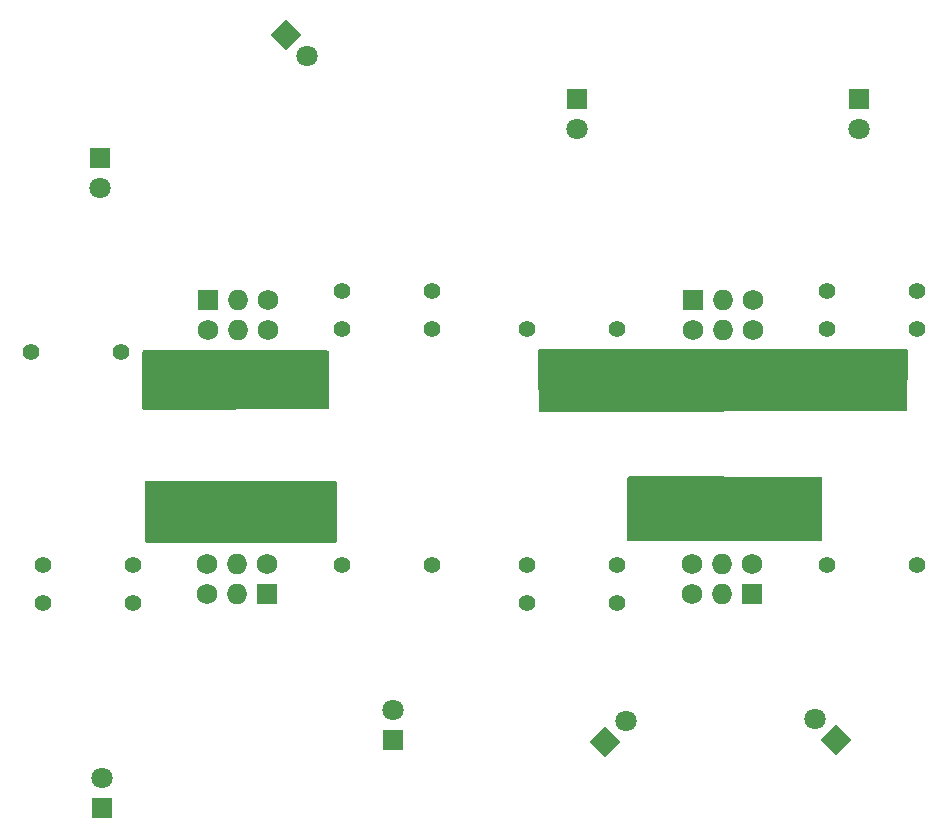
<source format=gtl>
G04 #@! TF.GenerationSoftware,KiCad,Pcbnew,7.0.10*
G04 #@! TF.CreationDate,2024-06-20T08:36:21-05:00*
G04 #@! TF.ProjectId,g0dzilla_vs_sao1,6730647a-696c-46c6-915f-76735f73616f,1*
G04 #@! TF.SameCoordinates,Original*
G04 #@! TF.FileFunction,Copper,L1,Top*
G04 #@! TF.FilePolarity,Positive*
%FSLAX46Y46*%
G04 Gerber Fmt 4.6, Leading zero omitted, Abs format (unit mm)*
G04 Created by KiCad (PCBNEW 7.0.10) date 2024-06-20 08:36:21*
%MOMM*%
%LPD*%
G01*
G04 APERTURE LIST*
G04 Aperture macros list*
%AMRotRect*
0 Rectangle, with rotation*
0 The origin of the aperture is its center*
0 $1 length*
0 $2 width*
0 $3 Rotation angle, in degrees counterclockwise*
0 Add horizontal line*
21,1,$1,$2,0,0,$3*%
G04 Aperture macros list end*
G04 #@! TA.AperFunction,ComponentPad*
%ADD10R,1.800000X1.800000*%
G04 #@! TD*
G04 #@! TA.AperFunction,ComponentPad*
%ADD11C,1.800000*%
G04 #@! TD*
G04 #@! TA.AperFunction,ComponentPad*
%ADD12C,1.400000*%
G04 #@! TD*
G04 #@! TA.AperFunction,ComponentPad*
%ADD13R,1.727200X1.727200*%
G04 #@! TD*
G04 #@! TA.AperFunction,ComponentPad*
%ADD14C,1.727200*%
G04 #@! TD*
G04 #@! TA.AperFunction,ComponentPad*
%ADD15O,1.727200X1.727200*%
G04 #@! TD*
G04 #@! TA.AperFunction,ComponentPad*
%ADD16RotRect,1.800000X1.800000X315.000000*%
G04 #@! TD*
G04 #@! TA.AperFunction,ComponentPad*
%ADD17RotRect,1.800000X1.800000X45.000000*%
G04 #@! TD*
G04 #@! TA.AperFunction,ComponentPad*
%ADD18RotRect,1.800000X1.800000X135.000000*%
G04 #@! TD*
G04 APERTURE END LIST*
D10*
X77875000Y-85500000D03*
D11*
X77875000Y-88040000D03*
D12*
X106000000Y-100000000D03*
X98380000Y-100000000D03*
D10*
X142100000Y-80500000D03*
D11*
X142100000Y-83040000D03*
D13*
X92000000Y-122480000D03*
D14*
X92000000Y-119940000D03*
D15*
X89460000Y-122480000D03*
X89460000Y-119940000D03*
D14*
X86920000Y-122480000D03*
X86920000Y-119940000D03*
D12*
X80610000Y-123250000D03*
X72990000Y-123250000D03*
D13*
X128060000Y-97520000D03*
D14*
X128060000Y-100060000D03*
D15*
X130600000Y-97520000D03*
X130600000Y-100060000D03*
D14*
X133140000Y-97520000D03*
X133140000Y-100060000D03*
D12*
X106000000Y-120000000D03*
X98380000Y-120000000D03*
X147000000Y-100000000D03*
X139380000Y-100000000D03*
X139370000Y-96790000D03*
X146990000Y-96790000D03*
D16*
X93598439Y-75098439D03*
D11*
X95394490Y-76894490D03*
D12*
X121650000Y-123250000D03*
X114030000Y-123250000D03*
D13*
X86990000Y-97520000D03*
D14*
X86990000Y-100060000D03*
D15*
X89530000Y-97520000D03*
X89530000Y-100060000D03*
D14*
X92070000Y-97520000D03*
X92070000Y-100060000D03*
D10*
X118200000Y-80500000D03*
D11*
X118200000Y-83040000D03*
D17*
X120573439Y-134976561D03*
D11*
X122369490Y-133180510D03*
D12*
X114000000Y-100000000D03*
X121620000Y-100000000D03*
D10*
X102625000Y-134815000D03*
D11*
X102625000Y-132275000D03*
D18*
X140201561Y-134825000D03*
D11*
X138405510Y-133028949D03*
D12*
X114000000Y-120000000D03*
X121620000Y-120000000D03*
D13*
X133080000Y-122480000D03*
D14*
X133080000Y-119940000D03*
D15*
X130540000Y-122480000D03*
X130540000Y-119940000D03*
D14*
X128000000Y-122480000D03*
X128000000Y-119940000D03*
D12*
X147000000Y-120000000D03*
X139380000Y-120000000D03*
D10*
X78050000Y-140600000D03*
D11*
X78050000Y-138060000D03*
D12*
X98375000Y-96790000D03*
X105995000Y-96790000D03*
X73000000Y-120000000D03*
X80620000Y-120000000D03*
X72000000Y-102000000D03*
X79620000Y-102000000D03*
G04 #@! TA.AperFunction,NonConductor*
G36*
X146191862Y-101719685D02*
G01*
X146237617Y-101772489D01*
X146248817Y-101825172D01*
X146201160Y-106867211D01*
X146180843Y-106934061D01*
X146127609Y-106979315D01*
X146077206Y-106990039D01*
X115113572Y-106999960D01*
X115046526Y-106980297D01*
X115000754Y-106927508D01*
X114989533Y-106876431D01*
X114976368Y-103387716D01*
X114970470Y-101824468D01*
X114989901Y-101757355D01*
X115042532Y-101711401D01*
X115094469Y-101700000D01*
X146124823Y-101700000D01*
X146191862Y-101719685D01*
G37*
G04 #@! TD.AperFunction*
G04 #@! TA.AperFunction,NonConductor*
G36*
X97106080Y-101829921D02*
G01*
X97173106Y-101849648D01*
X97218827Y-101902481D01*
X97230000Y-101953921D01*
X97230000Y-106686156D01*
X97210315Y-106753195D01*
X97157511Y-106798950D01*
X97106157Y-106810156D01*
X81564157Y-106829842D01*
X81497093Y-106810242D01*
X81451271Y-106757496D01*
X81440000Y-106705842D01*
X81440000Y-101944078D01*
X81459685Y-101877039D01*
X81512489Y-101831284D01*
X81564076Y-101820078D01*
X97106080Y-101829921D01*
G37*
G04 #@! TD.AperFunction*
G04 #@! TA.AperFunction,NonConductor*
G36*
X97776191Y-112874809D02*
G01*
X97843200Y-112894597D01*
X97888874Y-112947471D01*
X97900000Y-112998809D01*
X97900000Y-117976000D01*
X97880315Y-118043039D01*
X97827511Y-118088794D01*
X97776000Y-118100000D01*
X81799000Y-118100000D01*
X81731961Y-118080315D01*
X81686206Y-118027511D01*
X81675000Y-117976000D01*
X81675000Y-112974191D01*
X81694685Y-112907152D01*
X81747489Y-112861397D01*
X81799189Y-112850191D01*
X97776191Y-112874809D01*
G37*
G04 #@! TD.AperFunction*
G04 #@! TA.AperFunction,NonConductor*
G36*
X138876377Y-112549625D02*
G01*
X138943355Y-112569512D01*
X138988950Y-112622455D01*
X139000000Y-112673624D01*
X139000000Y-117876000D01*
X138980315Y-117943039D01*
X138927511Y-117988794D01*
X138876000Y-118000000D01*
X122575133Y-118000000D01*
X122508094Y-117980315D01*
X122462339Y-117927511D01*
X122451138Y-117874873D01*
X122472580Y-115516090D01*
X122498879Y-112623242D01*
X122519172Y-112556387D01*
X122572390Y-112511114D01*
X122623247Y-112500373D01*
X138876377Y-112549625D01*
G37*
G04 #@! TD.AperFunction*
M02*

</source>
